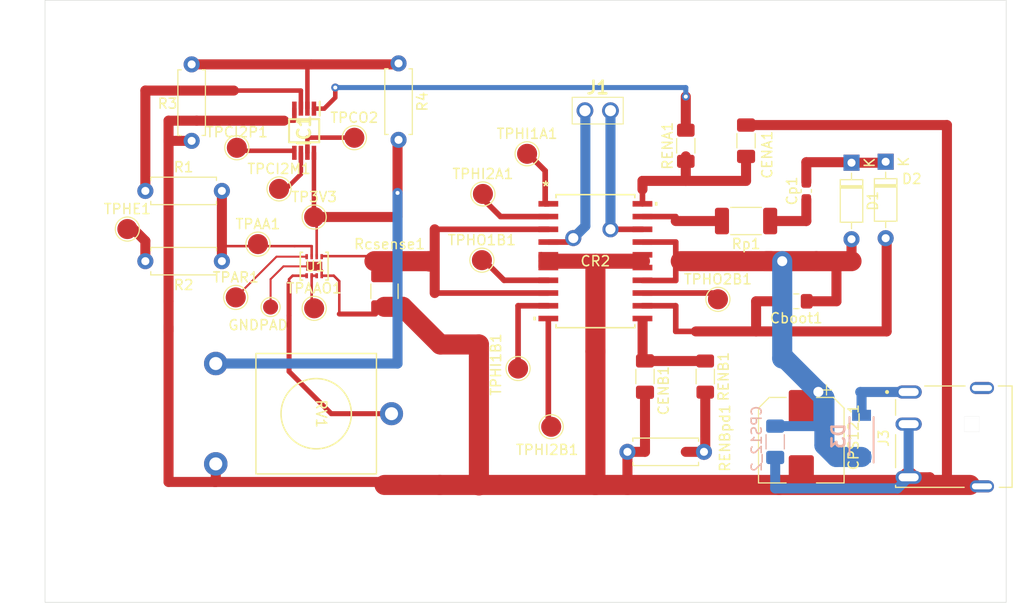
<source format=kicad_pcb>
(kicad_pcb (version 20240108) (generator "pcbnew") (generator_version "8.0")
  (layers (0 "F.Cu" signal) (31 "B.Cu" signal) (34 "B.Paste" user) (35 "F.Paste" user) (36 "B.SilkS" user "B.Silkscreen") (37 "F.SilkS" user "F.Silkscreen") (38 "B.Mask" user) (39 "F.Mask" user) (44 "Edge.Cuts" user))
  (net 0 "")
  (net 1 "GND")
  (net 2 "Net-(Cp1-Pad1)")
  (net 3 "Net-(CR2-OUT2A)")
  (net 4 "Net-(CR2-ENB)")
  (net 5 "Net-(CR2-IN2B)")
  (net 6 "+12V")
  (net 7 "/GPIO_INA2")
  (net 8 "Net-(CR2-OUT2B)")
  (net 9 "Net-(CR2-IN1B)")
  (net 10 "/csense")
  (net 11 "Net-(CR2-ENA)")
  (net 12 "Net-(CR2-VBOOT)")
  (net 13 "Net-(CR2-OUT1A)")
  (net 14 "Net-(CR2-VCP)")
  (net 15 "Net-(CR2-OUT1B)")
  (net 16 "Net-(D1-K)")
  (net 17 "/calert")
  (net 18 "/GPIO_INA1")
  (net 19 "Net-(IC1-IN1-)")
  (net 20 "/GPIO enable")
  (net 21 "/EnB_5")
  (net 22 "+3V3")
  (net 23 "/GPIO_RESET")
  (net 24 "/EnA_soft")
  (net 25 "/EnA_buf")
  (net 26 "Net-(U1-CMPREF)")
  (net 27 "Net-(U1-CMPIN)")
  (net 28 "Net-(D3-A)")
  (net 29 "Net-(IC1-IN2-)")
  (net 30 "Net-(IC1-OUT2)")
  (net 31 "Net-(IC1-IN2+)")
  (footprint "Resistor_THT:R_Axial_DIN0207_L6.3mm_D2.5mm_P7.62mm_Horizontal" (layer "F.Cu") (at 134.4 67.29 -90)
    (property "Reference" "R4" (at 3.81 -2.37 90) (layer "F.SilkS"))
    (property "Value" "2k")
    (fp_line (start 0.54 1.37) (end 7.08 1.37) (stroke (width 0.12)) (layer "F.SilkS"))
    (fp_line (start 7.08 1.37) (end 7.08 1.04) (stroke (width 0.12)) (layer "F.SilkS"))
    (fp_line (start 0.54 1.04) (end 0.54 1.37) (stroke (width 0.12)) (layer "F.SilkS"))
    (fp_line (start 0.54 -1.04) (end 0.54 -1.37) (stroke (width 0.12)) (layer "F.SilkS"))
    (fp_line (start 0.54 -1.37) (end 7.08 -1.37) (stroke (width 0.12)) (layer "F.SilkS"))
    (fp_line (start 7.08 -1.37) (end 7.08 -1.04) (stroke (width 0.12)) (layer "F.SilkS"))
    (pad "1" thru_hole circle (at 0 0 270) (size 1.6 1.6) (drill 0.8) (layers "*.Cu" "*.Mask") (net 19 "Net-(IC1-IN1-)"))
    (pad "2" thru_hole oval (at 7.62 0 270) (size 1.6 1.6) (drill 0.8) (layers "*.Cu" "*.Mask") (net 22 "+3V3"))
  )
  (footprint "MountingHole:MountingHole_3.2mm_M3" (layer "F.Cu") (at 104.2 66)
    (property "Reference" "REF**" (hide yes))
    (property "Value" "MountingHole_3.2mm_M3")
    (pad "" np_thru_hole circle (at 0 0) (size 3.2 3.2) (drill 3.2) (layers "*.Cu" "*.Mask"))
  )
  (footprint "MountingHole:MountingHole_3.2mm_M3" (layer "F.Cu") (at 187.2 116)
    (property "Reference" "REF**" (hide yes))
    (property "Value" "MountingHole_3.2mm_M3")
    (pad "" np_thru_hole circle (at 0 0) (size 3.2 3.2) (drill 3.2) (layers "*.Cu" "*.Mask"))
  )
  (footprint "TestPoint:TestPoint_Pad_D2.0mm" (layer "F.Cu") (at 147.2 76.3)
    (property "Reference" "TPHI1A1" (at 0 -1.998 0) (layer "F.SilkS"))
    (property "Value" "TestPoint" (hide yes))
    (fp_circle (center 0 0) (end 0 1.2) (stroke (width 0.12)) (fill none) (layer "F.SilkS"))
    (pad "1" smd circle (at 0 0) (size 2 2) (layers "F.Cu" "F.Mask") (net 18 "/GPIO_INA1"))
  )
  (footprint "Diode_THT:D_DO-35_SOD27_P7.62mm_Horizontal" (layer "F.Cu") (at 182.9 77.09 -90)
    (property "Reference" "D2" (at 1.71 -2.6 180) (layer "F.SilkS"))
    (property "Value" "1N4148")
    (fp_line (start 1.69 1.12) (end 5.93 1.12) (stroke (width 0.12)) (layer "F.SilkS"))
    (fp_line (start 5.93 1.12) (end 5.93 -1.12) (stroke (width 0.12)) (layer "F.SilkS"))
    (fp_line (start 1.04 0) (end 1.69 0) (stroke (width 0.12)) (layer "F.SilkS"))
    (fp_line (start 6.58 0) (end 5.93 0) (stroke (width 0.12)) (layer "F.SilkS"))
    (fp_line (start 1.69 -1.12) (end 1.69 1.12) (stroke (width 0.12)) (layer "F.SilkS"))
    (fp_line (start 2.29 -1.12) (end 2.29 1.12) (stroke (width 0.12)) (layer "F.SilkS"))
    (fp_line (start 2.41 -1.12) (end 2.41 1.12) (stroke (width 0.12)) (layer "F.SilkS"))
    (fp_line (start 2.53 -1.12) (end 2.53 1.12) (stroke (width 0.12)) (layer "F.SilkS"))
    (fp_line (start 5.93 -1.12) (end 1.69 -1.12) (stroke (width 0.12)) (layer "F.SilkS"))
    (fp_text user "K" (at 0 -1.8 90) (layer "F.SilkS"))
    (pad "1" thru_hole rect (at 0 0 270) (size 1.6 1.6) (drill 0.8) (layers "*.Cu" "*.Mask") (net 16 "Net-(D1-K)"))
    (pad "2" thru_hole oval (at 7.62 0 270) (size 1.6 1.6) (drill 0.8) (layers "*.Cu" "*.Mask") (net 12 "Net-(CR2-VBOOT)"))
  )
  (footprint "CTSpotentiometer:CTSpot" (layer "F.Cu") (at 126.2 102.2 -90)
    (property "Reference" "RV1" (at 0 -0.5 -90) (layer "F.SilkS"))
    (property "Value" "10k")
    (fp_rect (start -6 -6) (end 6 6) (stroke (width 0.14)) (fill none) (layer "F.SilkS"))
    (fp_circle (center 0 0) (end 3.5 0) (stroke (width 0.15)) (fill none) (layer "F.SilkS"))
    (pad "1" thru_hole circle (at -5 10 270) (size 2.34 2.34) (drill 1.3) (layers "*.Cu" "*.Mask") (net 22 "+3V3"))
    (pad "2" thru_hole circle (at 0 -7.5 270) (size 2.3 2.3) (drill 1.3) (layers "*.Cu" "*.Mask") (net 26 "Net-(U1-CMPREF)"))
    (pad "3" thru_hole circle (at 5 10 270) (size 2.34 2.34) (drill 1.3) (layers "*.Cu" "*.Mask") (net 1 "GND"))
  )
  (footprint "PJ-079BH:CUI_PJ-079BH" (layer "F.Cu") (at 191.4875 103.2375 180)
    (property "Reference" "J3" (at 8.7875 -1.4 90) (layer "F.SilkS"))
    (property "Value" "Barrel_Jack_Switch")
    (fp_line (start 7.6 0.88) (end 7.6 2.45) (stroke (width 0.127)) (layer "F.SilkS"))
    (fp_line (start 7.6 -4.34) (end 7.6 -1.05) (stroke (width 0.127)) (layer "F.SilkS"))
    (fp_line (start 7.6 -6.3) (end 7.6 -6.1) (stroke (width 0.127)) (layer "F.SilkS"))
    (fp_line (start 4.7 3.8) (end 0.68 3.8) (stroke (width 0.127)) (layer "F.SilkS"))
    (fp_line (start 0.77 -6.3) (end 7.6 -6.3) (stroke (width 0.127)) (layer "F.SilkS"))
    (fp_line (start -2.625 3.8) (end -4 3.8) (stroke (width 0.127)) (layer "F.SilkS"))
    (fp_line (start -4 3.8) (end -4 -6.3) (stroke (width 0.127)) (layer "F.SilkS"))
    (fp_line (start -4 -6.3) (end -2.725 -6.3) (stroke (width 0.127)) (layer "F.SilkS"))
    (fp_circle (center 8.45 3.2) (end 8.55 3.2) (stroke (width 0.2)) (fill none) (layer "F.SilkS"))
    (fp_line (start 0.75 0.75) (end -0.75 0.75) (stroke (width 0.01)) (layer "Edge.Cuts"))
    (fp_line (start 0.75 -0.75) (end 0.75 0.75) (stroke (width 0.01)) (layer "Edge.Cuts"))
    (fp_line (start -0.75 0.75) (end -0.75 -0.75) (stroke (width 0.01)) (layer "Edge.Cuts"))
    (fp_line (start -0.75 -0.75) (end 0.75 -0.75) (stroke (width 0.01)) (layer "Edge.Cuts"))
    (pad "1" thru_hole oval (at 6.3 3.2 180) (size 2.616 1.308) (drill oval 2 0.8) (layers "*.Cu" "*.Mask") (net 28 "Net-(D3-A)"))
    (pad "2" thru_hole oval (at 6.3 -5.3 180) (size 2.616 1.308) (drill oval 2 0.8) (layers "*.Cu" "*.Mask") (net 1 "GND"))
    (pad "3" thru_hole oval (at 6.3 0 180) (size 2.616 1.308) (drill oval 2 0.8) (layers "*.Cu" "*.Mask") (net 1 "GND"))
    (pad "S1" thru_hole oval (at -1 -6.2 180) (size 2.4 1.2) (drill oval 2 0.6) (layers "*.Cu" "*.Mask"))
    (pad "S2" thru_hole oval (at -1 3.6 180) (size 2.4 1.2) (drill oval 2 0.6) (layers "*.Cu" "*.Mask"))
  )
  (footprint "Diode_THT:D_DO-35_SOD27_P7.62mm_Horizontal" (layer "F.Cu") (at 179.5 77.19 -90)
    (property "Reference" "D1" (at 3.81 -2.12 90) (layer "F.SilkS"))
    (property "Value" "1N4148")
    (fp_line (start 1.69 1.12) (end 5.93 1.12) (stroke (width 0.12)) (layer "F.SilkS"))
    (fp_line (start 5.93 1.12) (end 5.93 -1.12) (stroke (width 0.12)) (layer "F.SilkS"))
    (fp_line (start 1.04 0) (end 1.69 0) (stroke (width 0.12)) (layer "F.SilkS"))
    (fp_line (start 6.58 0) (end 5.93 0) (stroke (width 0.12)) (layer "F.SilkS"))
    (fp_line (start 1.69 -1.12) (end 1.69 1.12) (stroke (width 0.12)) (layer "F.SilkS"))
    (fp_line (start 2.29 -1.12) (end 2.29 1.12) (stroke (width 0.12)) (layer "F.SilkS"))
    (fp_line (start 2.41 -1.12) (end 2.41 1.12) (stroke (width 0.12)) (layer "F.SilkS"))
    (fp_line (start 2.53 -1.12) (end 2.53 1.12) (stroke (width 0.12)) (layer "F.SilkS"))
    (fp_line (start 5.93 -1.12) (end 1.69 -1.12) (stroke (width 0.12)) (layer "F.SilkS"))
    (fp_text user "K" (at 0 -1.8 90) (layer "F.SilkS"))
    (pad "1" thru_hole rect (at 0 0 270) (size 1.6 1.6) (drill 0.8) (layers "*.Cu" "*.Mask") (net 16 "Net-(D1-K)"))
    (pad "2" thru_hole oval (at 7.62 0 270) (size 1.6 1.6) (drill 0.8) (layers "*.Cu" "*.Mask") (net 6 "+12V"))
  )
  (footprint "Resistor_THT:R_Axial_DIN0207_L6.3mm_D2.5mm_P7.62mm_Horizontal" (layer "F.Cu") (at 116.81 87 180)
    (property "Reference" "R2" (at 3.81 -2.37 0) (layer "F.SilkS"))
    (property "Value" "2k")
    (fp_line (start 7.08 1.37) (end 7.08 1.04) (stroke (width 0.12)) (layer "F.SilkS"))
    (fp_line (start 7.08 -1.37) (end 7.08 -1.04) (stroke (width 0.12)) (layer "F.SilkS"))
    (fp_line (start 0.54 1.37) (end 7.08 1.37) (stroke (width 0.12)) (layer "F.SilkS"))
    (fp_line (start 0.54 1.04) (end 0.54 1.37) (stroke (width 0.12)) (layer "F.SilkS"))
    (fp_line (start 0.54 -1.04) (end 0.54 -1.37) (stroke (width 0.12)) (layer "F.SilkS"))
    (fp_line (start 0.54 -1.37) (end 7.08 -1.37) (stroke (width 0.12)) (layer "F.SilkS"))
    (pad "1" thru_hole circle (at 0 0 180) (size 1.6 1.6) (drill 0.8) (layers "*.Cu" "*.Mask") (net 17 "/calert"))
    (pad "2" thru_hole oval (at 7.62 0 180) (size 1.6 1.6) (drill 0.8) (layers "*.Cu" "*.Mask") (net 20 "/GPIO enable"))
  )
  (footprint "TestPoint:TestPoint_Pad_D2.0mm" (layer "F.Cu") (at 118.3 75.7)
    (property "Reference" "TPCI2P1" (at 0.006394 -1.555317 0) (layer "F.SilkS"))
    (property "Value" "TestPoint" (hide yes))
    (fp_circle (center 0 0) (end 0 1.2) (stroke (width 0.12)) (fill none) (layer "F.SilkS"))
    (pad "1" smd circle (at 0 0) (size 2 2) (layers "F.Cu" "F.Mask") (net 31 "Net-(IC1-IN2+)"))
  )
  (footprint "TestPoint:TestPoint_Pad_D2.0mm" (layer "F.Cu") (at 120.4 85.3)
    (property "Reference" "TPAA1" (at 0 -1.998 0) (layer "F.SilkS"))
    (property "Value" "TestPoint" (hide yes))
    (fp_circle (center 0 0) (end 0 1.2) (stroke (width 0.12)) (fill none) (layer "F.SilkS"))
    (pad "1" smd circle (at 0 0) (size 2 2) (layers "F.Cu" "F.Mask") (net 17 "/calert"))
  )
  (footprint "Resistor_THT:R_Axial_DIN0207_L6.3mm_D2.5mm_P7.62mm_Horizontal" (layer "F.Cu") (at 109.19 80)
    (property "Reference" "R1" (at 3.81 -2.37 0) (layer "F.SilkS"))
    (property "Value" "2k")
    (fp_line (start 0.54 -1.37) (end 7.08 -1.37) (stroke (width 0.12)) (layer "F.SilkS"))
    (fp_line (start 0.54 -1.04) (end 0.54 -1.37) (stroke (width 0.12)) (layer "F.SilkS"))
    (fp_line (start 0.54 1.04) (end 0.54 1.37) (stroke (width 0.12)) (layer "F.SilkS"))
    (fp_line (start 0.54 1.37) (end 7.08 1.37) (stroke (width 0.12)) (layer "F.SilkS"))
    (fp_line (start 7.08 -1.37) (end 7.08 -1.04) (stroke (width 0.12)) (layer "F.SilkS"))
    (fp_line (start 7.08 1.37) (end 7.08 1.04) (stroke (width 0.12)) (layer "F.SilkS"))
    (pad "1" thru_hole circle (at 0 0) (size 1.6 1.6) (drill 0.8) (layers "*.Cu" "*.Mask") (net 24 "/EnA_soft"))
    (pad "2" thru_hole oval (at 7.62 0) (size 1.6 1.6) (drill 0.8) (layers "*.Cu" "*.Mask") (net 17 "/calert"))
  )
  (footprint "MountingHole:MountingHole_3.2mm_M3" (layer "F.Cu") (at 104.21 115.94)
    (property "Reference" "REF**" (hide yes))
    (property "Value" "MountingHole_3.2mm_M3")
    (pad "" np_thru_hole circle (at -0.01 0.06) (size 3.2 3.2) (drill 3.2) (layers "F&B.Cu" "*.Mask"))
  )
  (footprint "TestPoint:TestPoint_Pad_D2.0mm" (layer "F.Cu") (at 118.19 90.61)
    (property "Reference" "TPAR1" (at 0 -1.998 0) (layer "F.SilkS"))
    (property "Value" "TestPoint" (hide yes))
    (fp_circle (center 0 0) (end 0 1.2) (stroke (width 0.12)) (fill none) (layer "F.SilkS"))
    (pad "1" smd circle (at 0 0) (size 2 2) (layers "F.Cu" "F.Mask") (net 23 "/GPIO_RESET"))
  )
  (footprint "Resistor_THT:R_Axial_DIN0207_L6.3mm_D2.5mm_P7.62mm_Horizontal" (layer "F.Cu") (at 113.8 75.01 90)
    (property "Reference" "R3" (at 3.71 -2.4 180) (layer "F.SilkS"))
    (property "Value" "2k")
    (fp_line (start 7.08 -1.37) (end 7.08 -1.04) (stroke (width 0.12)) (layer "F.SilkS"))
    (fp_line (start 0.54 -1.37) (end 7.08 -1.37) (stroke (width 0.12)) (layer "F.SilkS"))
    (fp_line (start 0.54 -1.04) (end 0.54 -1.37) (stroke (width 0.12)) (layer "F.SilkS"))
    (fp_line (start 0.54 1.04) (end 0.54 1.37) (stroke (width 0.12)) (layer "F.SilkS"))
    (fp_line (start 7.08 1.37) (end 7.08 1.04) (stroke (width 0.12)) (layer "F.SilkS"))
    (fp_line (start 0.54 1.37) (end 7.08 1.37) (stroke (width 0.12)) (layer "F.SilkS"))
    (pad "1" thru_hole circle (at 0 0 90) (size 1.6 1.6) (drill 0.8) (layers "*.Cu" "*.Mask") (net 1 "GND"))
    (pad "2" thru_hole oval (at 7.62 0 90) (size 1.6 1.6) (drill 0.8) (layers "*.Cu" "*.Mask") (net 19 "Net-(IC1-IN1-)"))
  )
  (footprint "TestPoint:TestPoint_Pad_D2.0mm" (layer "F.Cu") (at 149.6 103.5)
    (property "Reference" "TPHI2B1" (at -0.4 2.3 0) (layer "F.SilkS"))
    (property "Value" "TestPoint" (hide yes))
    (fp_circle (center 0 0) (end 0 1.2) (stroke (width 0.12)) (fill none) (layer "F.SilkS"))
    (pad "1" smd circle (at 0 0) (size 2 2) (layers "F.Cu" "F.Mask") (net 5 "Net-(CR2-IN2B)"))
  )
  (footprint "Resistor_SMD:R_2010_5025Metric_Pad1.40x2.65mm_HandSolder" (layer "F.Cu") (at 169 83 180)
    (property "Reference" "Rp1" (at 0 -2.28 0) (layer "F.SilkS"))
    (property "Value" "100")
    (fp_line (start -1.527064 1.36) (end 1.527064 1.36) (stroke (width 0.12)) (layer "F.SilkS"))
    (fp_line (start -1.527064 -1.36) (end 1.527064 -1.36) (stroke (width 0.12)) (layer "F.SilkS"))
    (pad "1" smd roundrect (at -2.4 0 180) (size 1.4 2.65) (layers "F.Cu" "F.Paste" "F.Mask") (roundrect_rratio 0.178571) (net 2 "Net-(Cp1-Pad1)"))
    (pad "2" smd roundrect (at 2.4 0 180) (size 1.4 2.65) (layers "F.Cu" "F.Paste" "F.Mask") (roundrect_rratio 0.178571) (net 14 "Net-(CR2-VCP)"))
  )
  (footprint "TestPoint:TestPoint_Pad_D2.0mm" (layer "F.Cu") (at 130 74.7)
    (property "Reference" "TPCO2" (at 0 -1.998 0) (layer "F.SilkS"))
    (property "Value" "TestPoint" (hide yes))
    (fp_circle (center 0 0) (end 0 1.2) (stroke (width 0.12)) (fill none) (layer "F.SilkS"))
    (pad "1" smd circle (at 0 0) (size 2 2) (layers "F.Cu" "F.Mask") (net 30 "Net-(IC1-OUT2)"))
  )
  (footprint "Capacitor_SMD:CP_Elec_8x10" (layer "F.Cu") (at 174.5 104.8375 -90)
    (property "Reference" "CPS12_1" (at -0.3 -5.2 90) (layer "F.SilkS"))
    (property "Value" "100u")
    (fp_line (start -3.195563 4.26) (end 4.26 4.26) (stroke (width 0.12)) (layer "F.SilkS"))
    (fp_line (start 4.26 4.26) (end 4.26 1.51) (stroke (width 0.12)) (layer "F.SilkS"))
    (fp_line (start -4.26 3.195563) (end -3.195563 4.26) (stroke (width 0.12)) (layer "F.SilkS"))
    (fp_line (start -4.26 3.195563) (end -4.26 1.51) (stroke (width 0.12)) (layer "F.SilkS"))
    (fp_line (start -5.5 -2.51) (end -4.5 -2.51) (stroke (width 0.12)) (layer "F.SilkS"))
    (fp_line (start -5 -3.01) (end -5 -2.01) (stroke (width 0.12)) (layer "F.SilkS"))
    (fp_line (start -4.26 -3.195563) (end -4.26 -1.51) (stroke (width 0.12)) (layer "F.SilkS"))
    (fp_line (start -4.26 -3.195563) (end -3.195563 -4.26) (stroke (width 0.12)) (layer "F.SilkS"))
    (fp_line (start -3.195563 -4.26) (end 4.26 -4.26) (stroke (width 0.12)) (layer "F.SilkS"))
    (fp_line (start 4.26 -4.26) (end 4.26 -1.51) (stroke (width 0.12)) (layer "F.SilkS"))
    (pad "1" smd roundrect (at -3.25 0 270) (size 3.5 2.5) (layers "F.Cu" "F.Paste" "F.Mask") (roundrect_rratio 0.1) (net 6 "+12V"))
    (pad "2" smd roundrect (at 3.25 0 270) (size 3.5 2.5) (layers "F.Cu" "F.Paste" "F.Mask") (roundrect_rratio 0.1) (net 1 "GND"))
  )
  (footprint "TestPoint:TestPoint_Pad_D2.0mm" (layer "F.Cu") (at 142.7 86.9)
    (property "Reference" "TPHO1B1" (at 0 -1.998 0) (layer "F.SilkS"))
    (property "Value" "TestPoint" (hide yes))
    (fp_circle (center 0 0) (end 0 1.2) (stroke (width 0.12)) (fill none) (layer "F.SilkS"))
    (pad "1" smd circle (at 0 0) (size 2 2) (layers "F.Cu" "F.Mask") (net 15 "Net-(CR2-OUT1B)") (clearance 0.2))
  )
  (footprint "Capacitor_SMD:C_1206_3216Metric_Pad1.33x1.80mm_HandSolder" (layer "F.Cu") (at 158.9375 98.5 -90)
    (property "Reference" "CENB1" (at 1.4 -1.85 90) (layer "F.SilkS"))
    (property "Value" "5.6n")
    (fp_line (start -0.711252 0.91) (end 0.711252 0.91) (stroke (width 0.12)) (layer "F.SilkS"))
    (fp_line (start -0.711252 -0.91) (end 0.711252 -0.91) (stroke (width 0.12)) (layer "F.SilkS"))
    (pad "1" smd roundrect (at -1.5625 0 270) (size 1.325 1.8) (layers "F.Cu" "F.Paste" "F.Mask") (roundrect_rratio 0.188679) (net 4 "Net-(CR2-ENB)"))
    (pad "2" smd roundrect (at 1.5625 0 270) (size 1.325 1.8) (layers "F.Cu" "F.Paste" "F.Mask") (roundrect_rratio 0.188679) (net 1 "GND"))
  )
  (footprint "Resistor_SMD:R_1206_3216Metric_Pad1.30x1.75mm_HandSolder" (layer "F.Cu") (at 163 75.5 90)
    (property "Reference" "RENA1" (at 0 -1.82 90) (layer "F.SilkS"))
    (property "Value" "100k")
    (fp_line (start -0.727064 -0.91) (end 0.727064 -0.91) (stroke (width 0.12)) (layer "F.SilkS"))
    (fp_line (start -0.727064 0.91) (end 0.727064 0.91) (stroke (width 0.12)) (layer "F.SilkS"))
    (pad "1" smd roundrect (at -1.55 0 90) (size 1.3 1.75) (layers "F.Cu" "F.Paste" "F.Mask") (roundrect_rratio 0.192308) (net 11 "Net-(CR2-ENA)"))
    (pad "2" smd roundrect (at 1.55 0 90) (size 1.3 1.75) (layers "F.Cu" "F.Paste" "F.Mask") (roundrect_rratio 0.192308) (net 25 "/EnA_buf"))
  )
  (footprint "Capacitor_SMD:C_0805_2012Metric_Pad1.18x1.45mm_HandSolder" (layer "F.Cu") (at 174 91 180)
    (property "Reference" "Cboot1" (at 0 -1.68 0) (layer "F.SilkS"))
    (property "Value" "220n")
    (fp_line (start -0.261252 0.735) (end 0.261252 0.735) (stroke (width 0.12)) (layer "F.SilkS"))
    (fp_line (start -0.261252 -0.735) (end 0.261252 -0.735) (stroke (width 0.12)) (layer "F.SilkS"))
    (pad "1" smd roundrect (at -1.0375 0 180) (size 1.175 1.45) (layers "F.Cu" "F.Paste" "F.Mask") (roundrect_rratio 0.212766) (net 6 "+12V"))
    (pad "2" smd roundrect (at 1.0375 0 180) (size 1.175 1.45) (layers "F.Cu" "F.Paste" "F.Mask") (roundrect_rratio 0.212766) (net 12 "Net-(CR2-VBOOT)"))
  )
  (footprint "INA381A1IDSGR:DSG_8_TEX" (layer "F.Cu") (at 126 87.5 -90)
    (property "Reference" "U1" (at 0 -0.1 0) (layer "F.SilkS"))
    (property "Value" "INA381A1IDSGR")
    (fp_line (start -1.3843 1.3843) (end 1.3843 1.3843) (stroke (width 0.1524)) (layer "F.SilkS"))
    (fp_line (start 1.3843 1.3843) (end 1.3843 1.156658) (stroke (width 0.1524)) (layer "F.SilkS"))
    (fp_line (start -1.3843 1.156658) (end -1.3843 1.3843) (stroke (width 0.1524)) (layer "F.SilkS"))
    (fp_line (start 1.3843 -1.156658) (end 1.3843 -1.3843) (stroke (width 0.1524)) (layer "F.SilkS"))
    (fp_line (start -1.3843 -1.3843) (end -1.3843 -1.156658) (stroke (width 0.1524)) (layer "F.SilkS"))
    (fp_line (start 1.3843 -1.3843) (end -1.3843 -1.3843) (stroke (width 0.1524)) (layer "F.SilkS"))
    (pad "1" smd rect (at -0.950001 -0.750001 270) (size 0.508 0.254) (layers "F.Cu" "F.Paste" "F.Mask") (net 10 "/csense"))
    (pad "2" smd rect (at -0.950001 -0.25 270) (size 0.508 0.254) (layers "F.Cu" "F.Paste" "F.Mask") (net 22 "+3V3"))
    (pad "3" smd rect (at -0.950001 0.25 270) (size 0.508 0.254) (layers "F.Cu" "F.Paste" "F.Mask") (net 17 "/calert"))
    (pad "4" smd rect (at -0.950001 0.750001 270) (size 0.508 0.254) (layers "F.Cu" "F.Paste" "F.Mask") (net 23 "/GPIO_RESET"))
    (pad "5" smd rect (at 0.950001 0.750001 270) (size 0.508 0.254) (layers "F.Cu" "F.Paste" "F.Mask") (net 26 "Net-(U1-CMPREF)"))
    (pad "6" smd rect (at 0.950001 0.25 270) (size 0.508 0.254) (layers "F.Cu" "F.Paste" "F.Mask") (net 27 "Net-(U1-CMPIN)"))
    (pad "7" smd rect (at 0.950001 -0.25 270) (size 0.508 0.254) (layers "F.Cu" "F.Paste" "F.Mask") (net 27 "Net-(U1-CMPIN)"))
    (pad "8" smd rect (at 0.950001 -0.750001 270) (size 0.508 0.254) (layers "F.Cu" "F.Paste" "F.Mask") (net 1 "GND"))
    (pad "9" smd rect (at 0 0 270) (size 0.889 1.6002) (layers "F.Cu") (net 1 "GND"))
  )
  (footprint "TestPoint:TestPoint_Pad_D2.0mm" (layer "F.Cu") (at 126 82.6)
    (property "Reference" "TP3V3" (at 0 -1.998 0) (layer "F.SilkS"))
    (property "Value" "TestPoint" (hide yes))
    (fp_circle (center 0 0) (end 0 1.2) (stroke (width 0.12)) (fill none) (layer "F.SilkS"))
    (pad "1" smd circle (at 0 0) (size 2 2) (layers "F.Cu" "F.Mask") (net 22 "+3V3"))
  )
  (footprint "Resistor_SMD:R_1210_3225Metric_Pad1.30x2.65mm_HandSolder" (layer "F.Cu") (at 133 90 -90)
    (property "Reference" "Rcsense1" (at -4.7 -0.5 180) (layer "F.SilkS"))
    (property "Value" "162m")
    (fp_line (start -0.723737 1.355) (end 0.723737 1.355) (stroke (width 0.12)) (layer "F.SilkS"))
    (fp_line (start -0.723737 -1.355) (end 0.723737 -1.355) (stroke (width 0.12)) (layer "F.SilkS"))
    (pad "1" smd roundrect (at -1.55 0 270) (size 1.3 2.65) (layers "F.Cu" "F.Paste" "F.Mask") (roundrect_rratio 0.192308) (net 10 "/csense"))
    (pad "2" smd roundrect (at 1.55 0 270) (size 1.3 2.65) (layers "F.Cu" "F.Paste" "F.Mask") (roundrect_rratio 0.192308) (net 1 "GND"))
  )
  (footprint "Resistor_THT:R_Axial_DIN0207_L6.3mm_D2.5mm_P7.62mm_Horizontal" (layer "F.Cu") (at 164.81 106 180)
    (property "Reference" "RENBpd1" (at -2.09 1.37 90) (layer "F.SilkS"))
    (property "Value" "1k")
    (fp_line (start 7.08 1.37) (end 7.08 1.04) (stroke (width 0.12)) (layer "F.SilkS"))
    (fp_line (start 7.08 -1.37) (end 7.08 -1.04) (stroke (width 0.12)) (layer "F.SilkS"))
    (fp_line (start 0.54 1.37) (end 7.08 1.37) (stroke (width 0.12)) (layer "F.SilkS"))
    (fp_line (start 0.54 1.04) (end 0.54 1.37) (stroke (width 0.12)) (layer "F.SilkS"))
    (fp_line (start 0.54 -1.04) (end 0.54 -1.37) (stroke (width 0.12)) (layer "F.SilkS"))
    (fp_line (start 0.54 -1.37) (end 7.08 -1.37) (stroke (width 0.12)) (layer "F.SilkS"))
    (pad "1" thru_hole circle (at 0 0 180) (size 1.6 1.6) (drill 0.8) (layers "*.Cu" "*.Mask") (net 21 "/EnB_5"))
    (pad "2" thru_hole oval (at 7.62 0 180) (size 1.6 1.6) (drill 0.8) (layers "*.Cu" "*.Mask") (net 1 "GND"))
  )
  (footprint "TestPoint:TestPoint_Pad_D2.0mm" (layer "F.Cu") (at 146.3 97.7)
    (property "Reference" "TPHI1B1" (at -2.2 -0.4 90) (layer "F.SilkS"))
    (property "Value" "TestPoint" (hide yes))
    (fp_circle (center 0 0) (end 0 1.2) (stroke (width 0.12)) (fill none) (layer "F.SilkS"))
    (pad "1" smd circle (at 0 0) (size 2 2) (layers "F.Cu" "F.Mask") (net 9 "Net-(CR2-IN1B)"))
  )
  (footprint "Capacitor_SMD:C_1206_3216Metric_Pad1.33x1.80mm_HandSolder" (layer "F.Cu") (at 169 75 -90)
    (property "Reference" "CENA1" (at 1.4 -2.1 90) (layer "F.SilkS"))
    (property "Value" "5.6n")
    (fp_line (start -0.711252 0.91) (end 0.711252 0.91) (stroke (width 0.12)) (layer "F.SilkS"))
    (fp_line (start -0.711252 -0.91) (end 0.711252 -0.91) (stroke (width 0.12)) (layer "F.SilkS"))
    (pad "1" smd roundrect (at -1.5625 0 270) (size 1.325 1.8) (layers "F.Cu" "F.Paste" "F.Mask") (roundrect_rratio 0.188679) (net 1 "GND"))
    (pad "2" smd roundrect (at 1.5625 0 270) (size 1.325 1.8) (layers "F.Cu" "F.Paste" "F.Mask") (roundrect_rratio 0.188679) (net 11 "Net-(CR2-ENA)"))
  )
  (footprint "RE-H022TD-1190_LF__SN_:REH022TD1190LFSN" (layer "F.Cu") (at 152.96 72)
    (property "Reference" "J1" (at 1.27 -2.3 0) (layer "F.SilkS") (effects (font (size 1.27 1.27) (thickness 0.254))))
    (property "Value" "ACTUATOR1" (hide yes))
    (fp_line (start -1.27 -1.33) (end 3.81 -1.33) (stroke (width 0.1)) (layer "F.SilkS"))
    (fp_line (start -1.27 1.33) (end -1.27 -1.33) (stroke (width 0.1)) (layer "F.SilkS"))
    (fp_line (start 3.81 -1.33) (end 3.81 1.33) (stroke (width 0.1)) (layer "F.SilkS"))
    (fp_line (start 3.81 1.33) (end -1.27 1.33) (stroke (width 0.1)) (layer "F.SilkS"))
    (pad "1" thru_hole circle (at 0 0) (size 1.665 1.665) (drill 1.11) (layers "*.Cu" "*.Mask") (net 13 "Net-(CR2-OUT1A)"))
    (pad "2" thru_hole circle (at 2.54 0) (size 1.665 1.665) (drill 1.11) (layers "*.Cu" "*.Mask") (net 3 "Net-(CR2-OUT2A)"))
  )
  (footprint "TestPoint:TestPoint_Pad_D2.0mm" (layer "F.Cu") (at 107.4 83.8)
    (property "Reference" "TPHE1" (at 0 -1.998 0) (layer "F.SilkS"))
    (property "Value" "TestPoint" (hide yes))
    (fp_circle (center 0 0) (end 0 1.2) (stroke (width 0.12)) (fill none) (layer "F.SilkS"))
    (pad "1" smd circle (at 0 0) (size 2 2) (layers "F.Cu" "F.Mask") (net 20 "/GPIO enable"))
  )
  (footprint "L6205D:SO-20_STM" (layer "F.Cu") (at 154 87)
    (property "Reference" "CR2" (at 0 0 0) (layer "F.SilkS"))
    (property "Value" "L6205D")
    (fp_line (start -3.9243 -6.6294) (end -3.9243 -6.32674) (stroke (width 0.1524)) (layer "F.SilkS"))
    (fp_line (start -3.9243 6.32674) (end -3.9243 6.6294) (stroke (width 0.1524)) (layer "F.SilkS"))
    (fp_line (start -3.9243 6.6294) (end 3.9243 6.6294) (stroke (width 0.1524)) (layer "F.SilkS"))
    (fp_line (start 3.9243 -6.6294) (end -3.9243 -6.6294) (stroke (width 0.1524)) (layer "F.SilkS"))
    (fp_line (start 3.9243 -6.32674) (end 3.9243 -6.6294) (stroke (width 0.1524)) (layer "F.SilkS"))
    (fp_line (start 3.9243 6.6294) (end 3.9243 6.32674) (stroke (width 0.1524)) (layer "F.SilkS"))
    (fp_poly (pts (xy -6.179299 5.5245) (xy -6.179299 5.9055) (xy -5.925299 5.9055) (xy -5.925299 5.5245)) (fill solid) (layer "F.SilkS"))
    (fp_poly (pts (xy 6.179299 -5.9055) (xy 6.179299 -5.5245) (xy 5.925299 -5.5245) (xy 5.925299 -5.9055)) (fill solid) (layer "F.SilkS"))
    (fp_text user "*" (at -4.9403 -7.416 0) (layer "F.SilkS"))
    (fp_text user "*" (at -4.9403 -7.416 0) (layer "F.SilkS"))
    (pad "1" smd rect (at -4.6863 -5.715) (size 1.969999 0.558) (layers "F.Cu" "F.Paste" "F.Mask") (net 18 "/GPIO_INA1"))
    (pad "2" smd rect (at -4.6863 -4.445) (size 1.969999 0.558) (layers "F.Cu" "F.Paste" "F.Mask") (net 7 "/GPIO_INA2"))
    (pad "3" smd rect (at -4.6863 -3.175) (size 1.969999 0.558) (layers "F.Cu" "F.Paste" "F.Mask") (net 10 "/csense"))
    (pad "4" smd rect (at -4.6863 -1.905) (size 1.969999 0.558) (layers "F.Cu" "F.Paste" "F.Mask") (net 13 "Net-(CR2-OUT1A)"))
    (pad "5" smd rect (at -4.6863 -0.635) (size 1.969999 0.558) (layers "F.Cu" "F.Paste" "F.Mask") (net 1 "GND"))
    (pad "6" smd rect (at -4.6863 0.635) (size 1.969999 0.558) (layers "F.Cu" "F.Paste" "F.Mask") (net 1 "GND"))
    (pad "7" smd rect (at -4.6863 1.905) (size 1.969999 0.558) (layers "F.Cu" "F.Paste" "F.Mask") (net 15 "Net-(CR2-OUT1B)"))
    (pad "8" smd rect (at -4.6863 3.175) (size 1.969999 0.558) (layers "F.Cu" "F.Paste" "F.Mask") (net 10 "/csense"))
    (pad "9" smd rect (at -4.6863 4.445) (size 1.969999 0.558) (layers "F.Cu" "F.Paste" "F.Mask") (net 9 "Net-(CR2-IN1B)"))
    (pad "10" smd rect (at -4.6863 5.715) (size 1.969999 0.558) (layers "F.Cu" "F.Paste" "F.Mask") (net 5 "Net-(CR2-IN2B)"))
    (pad "11" smd rect (at 4.6863 5.715) (size 1.969999 0.558) (layers "F.Cu" "F.Paste" "F.Mask") (net 4 "Net-(CR2-ENB)"))
    (pad "12" smd rect (at 4.6863 4.445) (size 1.969999 0.558) (layers "F.Cu" "F.Paste" "F.Mask") (net 12 "Net-(CR2-VBOOT)"))
    (pad "13" smd rect (at 4.6863 3.175) (size 1.969999 0.558) (layers "F.Cu" "F.Paste" "F.Mask") (net 8 "Net-(CR2-OUT2B)"))
    (pad "14" smd rect (at 4.6863 1.905) (size 1.969999 0.558) (layers "F.Cu" "F.Paste" "F.Mask") (net 6 "+12V"))
    (pad "15" smd rect (at 4.6863 0.635) (size 1.969999 0.558) (layers "F.Cu" "F.Paste" "F.Mask") (net 1 "GND"))
    (pad "16" smd rect (at 4.6863 -0.635) (size 1.969999 0.558) (layers "F.Cu" "F.Paste" "F.Mask") (net 1 "GND"))
    (pad "17" smd rect (at 4.6863 -1.905) (size 1.969999 0.558) (layers "F.Cu" "F.Paste" "F.Mask") (net 6 "+12V"))
    (pad "18" smd rect (at 4.6863 -3.175) (size 1.969999 0.558) (layers "F.Cu" "F.Paste" "F.Mask") (net 3 "Net-(CR2-OUT2A)"))
    (pad "19" smd rect (at 4.6863 -4.445) (size 1.969999 0.558) (layers "F.Cu" "F.Paste" "F.Mask") (net 14 "Net-(CR2-VCP)"))
    (pad "20" smd rect (at 4.6863 -5.715) (size 1.969999 0.558) (layers "F.Cu" "F.Paste" "F.Mask") (net 11 "Net-(CR2-ENA)"))
  )
  (footprint "TestPoint:TestPoint_Pad_D2.0mm" (layer "F.Cu") (at 122.5 79.8)
    (property "Reference" "TPCI2M1" (at 0 -1.998 0) (layer "F.SilkS"))
    (property "Value" "TestPoint" (hide yes))
    (fp_circle (center 0 0) (end 0 1.2) (stroke (width 0.12)) (fill none) (layer "F.SilkS"))
    (pad "1" smd circle (at 0 0) (size 2 2) (layers "F.Cu" "F.Mask") (net 29 "Net-(IC1-IN2-)"))
  )
  (footprint "TestPoint:TestPoint_Pad_D2.0mm" (layer "F.Cu") (at 166.2 90.8)
    (property "Reference" "TPHO2B1" (at 0 -1.998 0) (layer "F.SilkS"))
    (property "Value" "TestPoint" (hide yes))
    (fp_circle (center 0 0) (end 0 1.2) (stroke (width 0.12)) (fill none) (layer "F.SilkS"))
    (pad "1" smd circle (at 0 0) (size 2 2) (layers "F.Cu" "F.Mask") (net 8 "Net-(CR2-OUT2B)"))
  )
  (footprint "MountingHole:MountingHole_3.2mm_M3" (layer "F.Cu") (at 187.2 66)
    (property "Reference" "REF**" (hide yes))
    (property "Value" "MountingHole_3.2mm_M3")
    (pad "" np_thru_hole circle (at 0 0) (size 3.2 3.2) (drill 3.2) (layers "F&B.Cu" "*.Mask"))
  )
  (footprint "Resistor_SMD:R_1206_3216Metric_Pad1.30x1.75mm_HandSolder" (layer "F.Cu") (at 164.9375 98.5 -90)
    (property "Reference" "RENB1" (at 0 -1.82 90) (layer "F.SilkS"))
    (property "Value" "100k")
    (fp_line (start -0.727064 0.91) (end 0.727064 0.91) (stroke (width 0.12)) (layer "F.SilkS"))
    (fp_line (start -0.727064 -0.91) (end 0.727064 -0.91) (stroke (width 0.12)) (layer "F.SilkS"))
    (pad "1" smd roundrect (at -1.55 0 270) (size 1.3 1.75) (layers "F.Cu" "F.Paste" "F.Mask") (roundrect_rratio 0.192308) (net 4 "Net-(CR2-ENB)"))
    (pad "2" smd roundrect (at 1.55 0 270) (size 1.3 1.75) (layers "F.Cu" "F.Paste" "F.Mask") (roundrect_rratio 0.192308) (net 21 "/EnB_5"))
  )
  (footprint "TestPoint:TestPoint_Pad_D2.0mm" (layer "F.Cu") (at 142.8 80.3)
    (property "Reference" "TPHI2A1" (at 0 -1.998 0) (layer "F.SilkS"))
    (property "Value" "TestPoint" (hide yes))
    (fp_circle (center 0 0) (end 0 1.2) (stroke (width 0.12)) (fill none) (layer "F.SilkS"))
    (pad "1" smd circle (at 0 0) (size 2 2) (layers "F.Cu" "F.Mask") (net 7 "/GPIO_INA2"))
  )
  (footprint "Capacitor_SMD:C_0603_1608Metric_Pad1.08x0.95mm_HandSolder" (layer "F.Cu") (at 175 80 90)
    (property "Reference" "Cp1" (at 0 -1.43 90) (layer "F.SilkS"))
    (property "Value" "10n")
    (fp_line (start -0.146267 -0.51) (end 0.146267 -0.51) (stroke (width 0.12)) (layer "F.SilkS"))
    (fp_line (start -0.146267 0.51) (end 0.146267 0.51) (stroke (width 0.12)) (layer "F.SilkS"))
    (pad "1" smd roundrect (at -0.8625 0 90) (size 1.075 0.95) (layers "F.Cu" "F.Paste" "F.Mask") (net 2 "Net-(Cp1-Pad1)"))
    (pad "2" smd roundrect (at 0.8625 0 90) (size 1.075 0.95) (layers "F.Cu" "F.Paste" "F.Mask") (net 16 "Net-(D1-K)"))
  )
  (footprint "TestPoint:TestPoint_Pad_D2.0mm" (layer "F.Cu") (at 126 91.7)
    (property "Reference" "TPAAO1" (at 0 -1.998 0) (layer "F.SilkS"))
    (property "Value" "TestPoint" (hide yes))
    (fp_circle (center 0 0) (end 0 1.2) (stroke (width 0.12)) (fill none) (layer "F.SilkS"))
    (pad "1" smd circle (at 0 0) (size 2 2) (layers "F.Cu" "F.Mask") (net 27 "Net-(U1-CMPIN)"))
  )
  (footprint "TestPoint:TestPoint_Pad_D1.5mm" (layer "F.Cu") (at 121.66 91.57)
    (property "Reference" "GNDPAD" (at -1.25 1.8 0) (layer "F.SilkS"))
    (property "Value" "TestPoint_Pad_D1.5mm")
    (fp_circle (center 0 0) (end 0 0.95) (stroke (width 0.12)) (fill none) (layer "F.SilkS"))
    (pad "1" smd circle (at 0 0) (size 1.5 1.5) (layers "F.Cu" "F.Mask"))
  )
  (footprint "TLV9032QDGKRQ1:SOP65P490X110-8N" (layer "F.Cu") (at 125 74 -90)
    (property "Reference" "IC1" (at 0 0 -90) (layer "F.SilkS") (effects (font (size 1.27 1.27) (thickness 0.254))))
    (property "Value" "TLV9032QDGKRQ1" (hide yes))
    (fp_line (start -1.15 1.5) (end -1.15 -1.5) (stroke (width 0.2)) (layer "F.SilkS"))
    (fp_line (start 1.15 1.5) (end -1.15 1.5) (stroke (width 0.2)) (layer "F.SilkS"))
    (fp_line (start -1.15 -1.5) (end 1.15 -1.5) (stroke (width 0.2)) (layer "F.SilkS"))
    (fp_line (start 1.15 -1.5) (end 1.15 1.5) (stroke (width 0.2)) (layer "F.SilkS"))
    (fp_line (start -2.9 -1.55) (end -1.5 -1.55) (stroke (width 0.2)) (layer "F.SilkS"))
    (pad "1" smd rect (at -2.2 -0.975) (size 0.45 1.4) (layers "F.Cu" "F.Paste" "F.Mask") (net 25 "/EnA_buf"))
    (pad "2" smd rect (at -2.2 -0.325) (size 0.45 1.4) (layers "F.Cu" "F.Paste" "F.Mask") (net 19 "Net-(IC1-IN1-)"))
    (pad "3" smd rect (at -2.2 0.325) (size 0.45 1.4) (layers "F.Cu" "F.Paste" "F.Mask") (net 24 "/EnA_soft"))
    (pad "4" smd rect (at -2.2 0.975) (size 0.45 1.4) (layers "F.Cu" "F.Paste" "F.Mask") (net 1 "GND"))
    (pad "5" smd rect (at 2.2 0.975) (size 0.45 1.4) (layers "F.Cu" "F.Paste" "F.Mask") (net 31 "Net-(IC1-IN2+)"))
    (pad "6" smd rect (at 2.2 0.325) (size 0.45 1.4) (layers "F.Cu" "F.Paste" "F.Mask") (net 29 "Net-(IC1-IN2-)"))
    (pad "7" smd rect (at 2.2 -0.325) (size 0.45 1.4) (layers "F.Cu" "F.Paste" "F.Mask") (net 30 "Net-(IC1-OUT2)"))
    (pad "8" smd rect (at 2.2 -0.975) (size 0.45 1.4) (layers "F.Cu" "F.Paste" "F.Mask") (net 22 "+3V3"))
  )
  (footprint "Capacitor_SMD:C_1206_3216Metric_Pad1.33x1.80mm_HandSolder" (layer "B.Cu") (at 171.9 105 -90)
    (property "Reference" "CPS12_2" (at -0.3 1.85 90) (layer "B.SilkS") (effects (justify mirror)))
    (property "Value" "10n")
    (fp_line (start 0.711252 0.91) (end -0.711252 0.91) (stroke (width 0.12)) (layer "B.SilkS"))
    (fp_line (start 0.711252 -0.91) (end -0.711252 -0.91) (stroke (width 0.12)) (layer "B.SilkS"))
    (pad "1" smd roundrect (at -1.5625 0 270) (size 1.325 1.8) (layers "B.Cu" "B.Paste" "B.Mask") (roundrect_rratio 0.188679) (net 6 "+12V"))
    (pad "2" smd roundrect (at 1.5625 0 270) (size 1.325 1.8) (layers "B.Cu" "B.Paste" "B.Mask") (roundrect_rratio 0.188679) (net 1 "GND"))
  )
  (footprint "STPST5H100AF:SODFL4724X103N" (layer "B.Cu") (at 180.5 104.4375 90)
    (property "Reference" "D3" (at 0 -2.3 90) (layer "B.SilkS") (effects (font (size 1.27 1.27) (thickness 0.254)) (justify mirror)))
    (property "Value" "STPST5H100AF" (hide yes))
    (fp_line (start 1.9 -1.2) (end -1.9 -1.2) (stroke (width 0.2)) (layer "B.SilkS"))
    (fp_line (start 1.9 1.2) (end -2.625 1.2) (stroke (width 0.2)) (layer "B.SilkS"))
    (pad "1" smd rect (at -2.075 0 90) (size 1.1 1.88) (layers "B.Cu" "B.Paste" "B.Mask") (net 6 "+12V"))
    (pad "2" smd rect (at 2.075 0 90) (size 1.1 1.88) (layers "B.Cu" "B.Paste" "B.Mask") (net 28 "Net-(D3-A)"))
  )
  (gr_rect (start 99.2 61) (end 194.9 121) (stroke (width 0.05)) (fill none) (layer "Edge.Cuts"))
  (segment (start 138.55 95.3) (end 142.4 95.3) (width 2) (layer "F.Cu") (net 1))
  (segment (start 114.3 73) (end 111.5 73) (width 1) (layer "F.Cu") (net 1))
  (segment (start 134.8 91.55) (end 138.55 95.3) (width 2) (layer "F.Cu") (net 1))
  (segment (start 154 87) (end 158.6863 87) (width 1.5) (layer "F.Cu") (net 1))
  (segment (start 113.8 75.01) (end 111.51 75.01) (width 1) (layer "F.Cu") (net 1))
  (segment (start 191.2875 109.3) (end 172.3 109.3) (width 2) (layer "F.Cu") (net 1))
  (segment (start 148.601993 87) (end 148.601993 87.635) (width 0.55) (layer "F.Cu") (net 1))
  (segment (start 138.5 109.3) (end 133 109.3) (width 2) (layer "F.Cu") (net 1))
  (segment (start 121.66 91.57) (end 121.66 88.8) (width 0.2) (layer "F.Cu") (net 1))
  (segment (start 123 73) (end 114.3 73) (width 1) (layer "F.Cu") (net 1))
  (segment (start 154 87.85) (end 154 96) (width 2) (layer "F.Cu") (net 1))
  (segment (start 126.750001 88.450001) (end 127.950001 88.450001) (width 0.254) (layer "F.Cu") (net 1))
  (segment (start 169 73.4375) (end 189 73.4375) (width 1) (layer "F.Cu") (net 1))
  (segment (start 182.6 108.8375) (end 187.3 108.8375) (width 1) (layer "F.Cu") (net 1))
  (segment (start 126.334999 87.5) (end 126 87.5) (width 0.254) (layer "F.Cu") (net 1))
  (segment (start 127.950001 88.450001) (end 128.5 89) (width 0.254) (layer "F.Cu") (net 1))
  (segment (start 125.98 87.52) (end 126 87.5) (width 0.2) (layer "F.Cu") (net 1))
  (segment (start 133 109) (end 116.1 109) (width 1) (layer "F.Cu") (net 1))
  (segment (start 187.3 108.8375) (end 187.3 108.5375) (width 1) (layer "F.Cu") (net 1))
  (segment (start 111.5 73) (end 111.5 75) (width 1) (layer "F.Cu") (net 1))
  (segment (start 126 87.5) (end 126.5 87.5) (width 0.2) (layer "F.Cu") (net 1))
  (segment (start 124 71.8) (end 124.025 71.8) (width 0.2) (layer "F.Cu") (net 1))
  (segment (start 172.3 109.3) (end 157.19 109.3) (width 2) (layer "F.Cu") (net 1))
  (segment (start 149.3137 87) (end 154 87) (width 1.5) (layer "F.Cu") (net 1))
  (segment (start 124.025 71.8) (end 124.025 73) (width 0.45) (layer "F.Cu") (net 1))
  (segment (start 111.5 91) (end 111.5 94) (width 1) (layer "F.Cu") (net 1))
  (segment (start 189 73.4375) (end 189 109.3) (width 1) (layer "F.Cu") (net 1))
  (segment (start 128.5 92.265899) (end 132.109996 92.265899) (width 0.5) (layer "F.Cu") (net 1))
  (segment (start 116.1 109) (end 111.5 109) (width 1) (layer "F.Cu") (net 1))
  (segment (start 149.3137 87.635) (end 150.019699 87.635) (width 0.2) (layer "F.Cu") (net 1))
  (segment (start 126.750001 87.915002) (end 126.334999 87.5) (width 0.254) (layer "F.Cu") (net 1))
  (segment (start 154 96) (end 154 109.3) (width 2) (layer "F.Cu") (net 1))
  (segment (start 121.66 88.8) (end 122.94 87.52) (width 0.2) (layer "F.Cu") (net 1))
  (segment (start 158.9375 100.0625) (end 158.9375 100) (width 1) (layer "F.Cu") (net 1))
  (segment (start 187.3 108.5375) (end 185.1875 108.5375) (width 1) (layer "F.Cu") (net 1))
  (segment (start 158.9375 100.0625) (end 158.9375 106) (width 1) (layer "F.Cu") (net 1))
  (segment (start 154 109.3) (end 138.5 109.3) (width 2) (layer "F.Cu") (net 1))
  (segment (start 148.601993 86.365) (end 148.601993 87.635) (width 0.55) (layer "F.Cu") (net 1))
  (segment (start 142.4 95.3) (end 142.4 109.35) (width 2) (layer "F.Cu") (net 1))
  (segment (start 157.19 109.3) (end 157.19 106) (width 1) (layer "F.Cu") (net 1))
  (segment (start 122.94 87.52) (end 125.98 87.52) (width 0.2) (layer "F.Cu") (net 1))
  (segment (start 154 109.3) (end 157.19 109.3) (width 2) (layer "F.Cu") (net 1))
  (segment (start 111.5 93.5) (end 111.5 109) (width 1) (layer "F.Cu") (net 1))
  (segment (start 126.750001 88.450001) (end 126.750001 87.915002) (width 0.254) (layer "F.Cu") (net 1))
  (segment (start 158.6863 87) (end 158.6863 87.635) (width 0.55) (layer "F.Cu") (net 1))
  (segment (start 116.2 109) (end 116.1 109) (width 1) (layer "F.Cu") (net 1))
  (segment (start 116.2 107.2) (end 116.2 109) (width 1) (layer "F.Cu") (net 1))
  (segment (start 133 91.55) (end 134.8 91.55) (width 2) (layer "F.Cu") (net 1))
  (segment (start 158.9375 106) (end 157.19 106) (width 1) (layer "F.Cu") (net 1))
  (segment (start 148.601993 86.365) (end 148.601993 87) (width 0.55) (layer "F.Cu") (net 1))
  (segment (start 111.51 75.01) (end 111.5 75) (width 1) (layer "F.Cu") (net 1))
  (segment (start 128.5 89) (end 128.5 92.265899) (width 0.254) (layer "F.Cu") (net 1))
  (segment (start 124.025 73) (end 123 73) (width 0.45) (layer "F.Cu") (net 1))
  (segment (start 185.1875 108.5375) (end 184.8875 108.8375) (width 2) (layer "F.Cu") (net 1))
  (segment (start 111.5 75) (end 111.5 91) (width 1) (layer "F.Cu") (net 1))
  (segment (start 171.9 106.5625) (end 171.9 109.6375) (width 1) (layer "B.Cu") (net 1))
  (segment (start 184.0875 109.6375) (end 185.1875 108.5375) (width 1) (layer "B.Cu") (net 1))
  (segment (start 171.9 109.6375) (end 184.0875 109.6375) (width 1) (layer "B.Cu") (net 1))
  (segment (start 185.1875 103.2375) (end 185.1875 108.5375) (width 1) (layer "B.Cu") (net 1))
  (segment (start 171.4 83) (end 175 83) (width 1) (layer "F.Cu") (net 2))
  (segment (start 175 83) (end 175 80.8625) (width 1) (layer "F.Cu") (net 2))
  (segment (start 155.5 83.825) (end 158.6863 83.825) (width 0.56) (layer "F.Cu") (net 3))
  (via (at 155.5 83.825) (size 1.6) (drill 1) (layers "F.Cu" "B.Cu") (net 3))
  (segment (start 155.5 83.825) (end 155.5 72) (width 1) (layer "B.Cu") (net 3))
  (segment (start 158.9375 96.9375) (end 158.9375 96.95) (width 1) (layer "F.Cu") (net 4))
  (segment (start 158.5 96.5) (end 158.9375 96.9375) (width 0.2) (layer "F.Cu") (net 4))
  (segment (start 158.6863 96.9375) (end 158.9375 96.9375) (width 0.5) (layer "F.Cu") (net 4))
  (segment (start 158.9375 96.95) (end 164.9375 96.95) (width 1) (layer "F.Cu") (net 4))
  (segment (start 158.9375 96.9375) (end 158.6863 96.6863) (width 0.2) (layer "F.Cu") (net 4))
  (segment (start 164.925 96.9375) (end 164.9375 96.95) (width 0.2) (layer "F.Cu") (net 4))
  (segment (start 158.697387 96.697387) (end 158.697387 92.941174) (width 1) (layer "F.Cu") (net 4))
  (segment (start 158.9375 96.9375) (end 158.697387 96.697387) (width 1) (layer "F.Cu") (net 4))
  (segment (start 158.715 92.715) (end 158.6863 92.715) (width 0.2) (layer "F.Cu") (net 4))
  (segment (start 159 97) (end 158.9375 96.9375) (width 0.2) (layer "F.Cu") (net 4))
  (segment (start 149.3137 103.5) (end 149.6 103.5) (width 0.55) (layer "F.Cu") (net 5))
  (segment (start 149.3137 92.715) (end 149.3137 103.5) (width 0.56) (layer "F.Cu") (net 5))
  (segment (start 158.6863 88.905) (end 158.7063 88.925) (width 0.2) (layer "F.Cu") (net 6))
  (segment (start 158.6863 85.095) (end 162 85.095) (width 0.56) (layer "F.Cu") (net 6))
  (segment (start 179.5 84.81) (end 179.5 87) (width 1) (layer "F.Cu") (net 6))
  (segment (start 175.0375 91) (end 178 91) (width 1) (layer "F.Cu") (net 6))
  (segment (start 162 88.925) (end 162 87) (width 0.56) (layer "F.Cu") (net 6))
  (segment (start 171.5 87) (end 162.5 87) (width 2) (layer "F.Cu") (net 6))
  (segment (start 158.7063 88.925) (end 162 88.925) (width 0.56) (layer "F.Cu") (net 6))
  (segment (start 176.2 100.024014) (end 176.213486 100.0375) (width 2) (layer "F.Cu") (net 6))
  (segment (start 176 87) (end 171 87) (width 2) (layer "F.Cu") (net 6))
  (segment (start 162 85.095) (end 162 87) (width 0.56) (layer "F.Cu") (net 6))
  (segment (start 178 91) (end 178 87) (width 1) (layer "F.Cu") (net 6))
  (segment (start 179.5 87) (end 176 87) (width 2) (layer "F.Cu") (net 6))
  (via (at 176.2 100.024014) (size 1.6) (drill 1) (layers "F.Cu" "B.Cu") (net 6))
  (via (at 172.6 87) (size 1.6) (drill 1) (layers "F.Cu" "B.Cu") (net 6))
  (segment (start 172.875986 96.7) (end 172.6 96.7) (width 2) (layer "B.Cu") (net 6))
  (segment (start 176.2 100.024014) (end 172.875986 96.7) (width 2) (layer "B.Cu") (net 6))
  (segment (start 176.2 100.024014) (end 176.8 100.624014) (width 2) (layer "B.Cu") (net 6))
  (segment (start 177.975 106.5125) (end 180.5 106.5125) (width 2) (layer "B.Cu") (net 6))
  (segment (start 171.9 103.4375) (end 176.2 103.4375) (width 1) (layer "B.Cu") (net 6))
  (segment (start 176.8 100.624014) (end 176.8 105.3375) (width 2) (layer "B.Cu") (net 6))
  (segment (start 176.8 105.3375) (end 177.975 106.5125) (width 2) (layer "B.Cu") (net 6))
  (segment (start 172.6 96.7) (end 172.6 87) (width 2) (layer "B.Cu") (net 6))
  (segment (start 176.2 103.4375) (end 176.2 100.024014) (width 1) (layer "B.Cu") (net 6))
  (segment (start 143 81) (end 144.555 82.555) (width 0.56) (layer "F.Cu") (net 7))
  (segment (start 144.555 82.555) (end 149.3137 82.555) (width 0.56) (layer "F.Cu") (net 7))
  (segment (start 158.6863 90.175) (end 166 90.175) (width 0.56) (layer "F.Cu") (net 8))
  (segment (start 146.3 91.445) (end 146.3 97.7) (width 0.56) (layer "F.Cu") (net 9))
  (segment (start 149.3137 91.445) (end 146.3 91.445) (width 0.56) (layer "F.Cu") (net 9))
  (segment (start 149.3137 83.825) (end 138 83.825) (width 0.56) (layer "F.Cu") (net 10))
  (segment (start 132 88) (end 132 87) (width 0.2) (layer "F.Cu") (net 10))
  (segment (start 137.424667 87) (end 137.463847 87.03918) (width 2) (layer "F.Cu") (net 10))
  (segment (start 149.3137 90.175) (end 138 90.175) (width 0.56) (layer "F.Cu") (net 10))
  (segment (start 126.750001 86.549999) (end 126.750001 86.5) (width 0.2) (layer "F.Cu") (net 10))
  (segment (start 132 87) (end 137.424667 87) (width 2) (layer "F.Cu") (net 10))
  (segment (start 131.5 86.5) (end 132 87) (width 0.254) (layer "F.Cu") (net 10))
  (segment (start 126.750001 86.5) (end 131.5 86.5) (width 0.254) (layer "F.Cu") (net 10))
  (segment (start 138 83.825) (end 138 90.175) (width 1) (layer "F.Cu") (net 10))
  (segment (start 158.6863 79) (end 163 79) (width 1) (layer "F.Cu") (net 11))
  (segment (start 169 79) (end 169 76.5625) (width 1) (layer "F.Cu") (net 11))
  (segment (start 163 76.55) (end 163 79) (width 1) (layer "F.Cu") (net 11))
  (segment (start 158.6863 79.8575) (end 158.6863 81.285) (width 0.56) (layer "F.Cu") (net 11))
  (segment (start 163 79) (end 169 79) (width 1) (layer "F.Cu") (net 11))
  (segment (start 158.6863 79.8575) (end 158.6863 79) (width 1) (layer "F.Cu") (net 11))
  (segment (start 162 94) (end 162 91.445) (width 0.56) (layer "F.Cu") (net 12))
  (segment (start 183 94) (end 183 84.81) (width 1) (layer "F.Cu") (net 12))
  (segment (start 170 91) (end 170 94) (width 1) (layer "F.Cu") (net 12))
  (segment (start 183 84.81) (end 182.9 84.71) (width 1) (layer "F.Cu") (net 12))
  (segment (start 172.9625 91) (end 170 91) (width 1) (layer "F.Cu") (net 12))
  (segment (start 164 94) (end 183 94) (width 1) (layer "F.Cu") (net 12))
  (segment (start 164 94) (end 162 94) (width 0.56) (layer "F.Cu") (net 12))
  (segment (start 162 91.445) (end 158.6863 91.445) (width 0.56) (layer "F.Cu") (net 12))
  (segment (start 151.405 85.095) (end 151.8 84.7) (width 0.56) (layer "F.Cu") (net 13))
  (segment (start 149.3137 85.095) (end 151.405 85.095) (width 0.56) (layer "F.Cu") (net 13))
  (via (at 151.8 84.7) (size 1.6) (drill 1) (layers "F.Cu" "B.Cu") (net 13))
  (segment (start 153 72) (end 152.96 72) (width 1) (layer "B.Cu") (net 13))
  (segment (start 153 83.5) (end 153 72) (width 1) (layer "B.Cu") (net 13))
  (segment (start 151.8 84.7) (end 153 83.5) (width 1) (layer "B.Cu") (net 13))
  (segment (start 166.6 82.555) (end 166.6 82) (width 0.5) (layer "F.Cu") (net 14))
  (segment (start 162 83) (end 166.6 83) (width 1) (layer "F.Cu") (net 14))
  (segment (start 162 82.555) (end 162 83) (width 0.55) (layer "F.Cu") (net 14))
  (segment (start 158.6863 82.555) (end 162 82.555) (width 0.56) (layer "F.Cu") (net 14))
  (segment (start 143 87) (end 144.905 88.905) (width 0.56) (layer "F.Cu") (net 15))
  (segment (start 144.905 88.905) (end 149.3137 88.905) (width 0.56) (layer "F.Cu") (net 15))
  (segment (start 179.5 77.1375) (end 179.5 77.19) (width 0.5) (layer "F.Cu") (net 16))
  (segment (start 175 77.1375) (end 179.5 77.1375) (width 1) (layer "F.Cu") (net 16))
  (segment (start 182.8 77.19) (end 179.5 77.19) (width 1) (layer "F.Cu") (net 16))
  (segment (start 175 79.1375) (end 175 77.1375) (width 1) (layer "F.Cu") (net 16))
  (segment (start 182.9 77.09) (end 182.8 77.19) (width 1) (layer "F.Cu") (net 16))
  (segment (start 116.81 80) (end 116.81 87) (width 1) (layer "F.Cu") (net 17))
  (segment (start 125.75 85.5) (end 124 85.5) (width 0.254) (layer "F.Cu") (net 17))
  (segment (start 125.75 86.549999) (end 125.75 85.5) (width 0.254) (layer "F.Cu") (net 17))
  (segment (start 124.094874 85.5) (end 116.905126 85.5) (width 0.254) (layer "F.Cu") (net 17))
  (segment (start 148 77) (end 149 78) (width 0.56) (layer "F.Cu") (net 18))
  (segment (start 149 78) (end 149 81.285) (width 0.56) (layer "F.Cu") (net 18))
  (segment (start 149 81.285) (end 149.3137 81.285) (width 0.56) (layer "F.Cu") (net 18))
  (segment (start 125.7 67.39) (end 134.3 67.39) (width 1) (layer "F.Cu") (net 19))
  (segment (start 134.3 67.39) (end 134.4 67.29) (width 1) (layer "F.Cu") (net 19))
  (segment (start 125.325 71.8) (end 125.325 67.765) (width 0.45) (layer "F.Cu") (net 19))
  (segment (start 113.8 67.39) (end 125.7 67.39) (width 1) (layer "F.Cu") (net 19))
  (segment (start 125.325 67.765) (end 125.7 67.39) (width 0.45) (layer "F.Cu") (net 19))
  (segment (start 109.19 87) (end 109.19 84.99) (width 1) (layer "F.Cu") (net 20))
  (segment (start 109.19 84.99) (end 107.8 83.6) (width 1) (layer "F.Cu") (net 20))
  (segment (start 164.9375 106) (end 164.81 106) (width 1) (layer "F.Cu") (net 21))
  (segment (start 164.81 106) (end 163 106) (width 1) (layer "F.Cu") (net 21))
  (segment (start 164.9375 100.05) (end 164.9375 106) (width 1) (layer "F.Cu") (net 21))
  (segment (start 126.25 86.549999) (end 126.25 83.25) (width 0.254) (layer "F.Cu") (net 22))
  (segment (start 134.3 82.6) (end 134.3 80.2) (width 1) (layer "F.Cu") (net 22))
  (segment (start 134.3 80.2) (end 134.3 75.01) (width 1) (layer "F.Cu") (net 22))
  (segment (start 126.25 83.25) (end 126 83) (width 0.254) (layer "F.Cu") (net 22))
  (segment (start 126 82) (end 125.6 82.4) (width 0.5) (layer "F.Cu") (net 22))
  (segment (start 125.975 76.2) (end 125.975 82) (width 0.45) (layer "F.Cu") (net 22))
  (segment (start 126 82.6) (end 134.3 82.6) (width 1) (layer "F.Cu") (net 22))
  (segment (start 134.3 75.01) (end 134.4 74.91) (width 1) (layer "F.Cu") (net 22))
  (segment (start 125.975 82) (end 126 82) (width 0.45) (layer "F.Cu") (net 22))
  (segment (start 125.975 81.975) (end 126 82) (width 0.2) (layer "F.Cu") (net 22))
  (via (at 134.3 80.2) (size 0.8) (drill 0.4) (layers "F.Cu" "B.Cu") (net 22))
  (segment (start 134.3 80.2) (end 134.3 97.2) (width 1) (layer "B.Cu") (net 22))
  (segment (start 134.3 97.2) (end 116.2 97.2) (width 1) (layer "B.Cu") (net 22))
  (segment (start 122.250001 86.549999) (end 118.2 90.6) (width 0.2) (layer "F.Cu") (net 23))
  (segment (start 125.249999 86.549999) (end 122.250001 86.549999) (width 0.2) (layer "F.Cu") (net 23))
  (segment (start 109.19 80) (end 109.19 70) (width 1) (layer "F.Cu") (net 24))
  (segment (start 124.675 70) (end 118 70) (width 0.45) (layer "F.Cu") (net 24))
  (segment (start 109.19 70) (end 118 70) (width 1) (layer "F.Cu") (net 24))
  (segment (start 124.675 71.8) (end 124.675 70) (width 0.45) (layer "F.Cu") (net 24))
  (segment (start 128.1 70.7) (end 127 71.8) (width 0.45) (layer "F.Cu") (net 25))
  (segment (start 163 74.3) (end 163 73.45) (width 0.45) (layer "F.Cu") (net 25))
  (segment (start 128.1 69.7) (end 128.1 70.7) (width 0.45) (layer "F.Cu") (net 25))
  (segment (start 127 71.8) (end 125.975 71.8) (width 0.45) (layer "F.Cu") (net 25))
  (segment (start 163 73.95) (end 163 70.6) (width 1) (layer "F.Cu") (net 25))
  (via (at 163 70.6) (size 0.8) (drill 0.4) (layers "F.Cu" "B.Cu") (net 25))
  (via (at 128.1 69.7) (size 0.8) (drill 0.4) (layers "F.Cu" "B.Cu") (net 25))
  (segment (start 163 70.6) (end 163 69.7) (width 0.5) (layer "B.Cu") (net 25))
  (segment (start 163 69.7) (end 128.1 69.7) (width 0.5) (layer "B.Cu") (net 25))
  (segment (start 123.849999 88.450001) (end 125.249999 88.450001) (width 0.254) (layer "F.Cu") (net 26))
  (segment (start 123.5 89.2) (end 123.5 92.426318) (width 0.5) (layer "F.Cu") (net 26))
  (segment (start 123.5 88.8) (end 123.849999 88.450001) (width 0.254) (layer "F.Cu") (net 26))
  (segment (start 123.499622 97.999622) (end 127.7 102.2) (width 0.5) (layer "F.Cu") (net 26))
  (segment (start 123.499622 92.426696) (end 123.499622 97.999622) (width 0.5) (layer "F.Cu") (net 26))
  (segment (start 127.7 102.2) (end 133.7 102.2) (width 0.5) (layer "F.Cu") (net 26))
  (segment (start 123.5 92.426318) (end 123.499622 92.426696) (width 0.2) (layer "F.Cu") (net 26))
  (segment (start 123.5 89.2) (end 123.5 88.8) (width 0.254) (layer "F.Cu") (net 26))
  (segment (start 125.75 88.450001) (end 125.75 90.75) (width 0.254) (layer "F.Cu") (net 27))
  (segment (start 125.75 88.450001) (end 126.25 88.450001) (width 0.254) (layer "F.Cu") (net 27))
  (segment (start 180.5 100.1625) (end 180.5 102.3625) (width 1) (layer "B.Cu") (net 28))
  (segment (start 185.1875 100.0375) (end 180.375 100.0375) (width 1) (layer "B.Cu") (net 28))
  (segment (start 180.375 100.0375) (end 180.5 100.1625) (width 1) (layer "B.Cu") (net 28))
  (segment (start 123 80) (end 124.675 78.325) (width 0.45) (layer "F.Cu") (net 29))
  (segment (start 124.675 78.325) (end 124.675 76.2) (width 0.45) (layer "F.Cu") (net 29))
  (segment (start 129 74.688217) (end 125.325 74.688217) (width 0.45) (layer "F.Cu") (net 30))
  (segment (start 125.325 74.688217) (end 125.325 76.2) (width 0.45) (layer "F.Cu") (net 30))
  (segment (start 124.025 76) (end 119 76) (width 0.45) (layer "F.Cu") (net 31))
)
</source>
